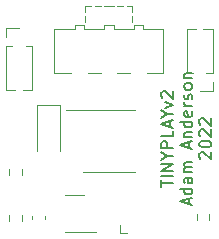
<source format=gbr>
%TF.GenerationSoftware,KiCad,Pcbnew,(6.0.0)*%
%TF.CreationDate,2022-01-30T23:08:43+01:00*%
%TF.ProjectId,TINYPLAY_PCB,54494e59-504c-4415-995f-5043422e6b69,rev?*%
%TF.SameCoordinates,Original*%
%TF.FileFunction,Legend,Top*%
%TF.FilePolarity,Positive*%
%FSLAX46Y46*%
G04 Gerber Fmt 4.6, Leading zero omitted, Abs format (unit mm)*
G04 Created by KiCad (PCBNEW (6.0.0)) date 2022-01-30 23:08:43*
%MOMM*%
%LPD*%
G01*
G04 APERTURE LIST*
%ADD10C,0.200000*%
%ADD11C,0.120000*%
G04 APERTURE END LIST*
D10*
X93642380Y-42895238D02*
X93642380Y-42323809D01*
X94642380Y-42609523D02*
X93642380Y-42609523D01*
X94642380Y-41990476D02*
X93642380Y-41990476D01*
X94642380Y-41514285D02*
X93642380Y-41514285D01*
X94642380Y-40942857D01*
X93642380Y-40942857D01*
X94166190Y-40276190D02*
X94642380Y-40276190D01*
X93642380Y-40609523D02*
X94166190Y-40276190D01*
X93642380Y-39942857D01*
X94642380Y-39609523D02*
X93642380Y-39609523D01*
X93642380Y-39228571D01*
X93690000Y-39133333D01*
X93737619Y-39085714D01*
X93832857Y-39038095D01*
X93975714Y-39038095D01*
X94070952Y-39085714D01*
X94118571Y-39133333D01*
X94166190Y-39228571D01*
X94166190Y-39609523D01*
X94642380Y-38133333D02*
X94642380Y-38609523D01*
X93642380Y-38609523D01*
X94356666Y-37847619D02*
X94356666Y-37371428D01*
X94642380Y-37942857D02*
X93642380Y-37609523D01*
X94642380Y-37276190D01*
X94166190Y-36752380D02*
X94642380Y-36752380D01*
X93642380Y-37085714D02*
X94166190Y-36752380D01*
X93642380Y-36419047D01*
X93975714Y-36180952D02*
X94642380Y-35942857D01*
X93975714Y-35704761D01*
X93737619Y-35371428D02*
X93690000Y-35323809D01*
X93642380Y-35228571D01*
X93642380Y-34990476D01*
X93690000Y-34895238D01*
X93737619Y-34847619D01*
X93832857Y-34800000D01*
X93928095Y-34800000D01*
X94070952Y-34847619D01*
X94642380Y-35419047D01*
X94642380Y-34800000D01*
X95966666Y-44371428D02*
X95966666Y-43895238D01*
X96252380Y-44466666D02*
X95252380Y-44133333D01*
X96252380Y-43800000D01*
X96252380Y-43038095D02*
X95252380Y-43038095D01*
X96204761Y-43038095D02*
X96252380Y-43133333D01*
X96252380Y-43323809D01*
X96204761Y-43419047D01*
X96157142Y-43466666D01*
X96061904Y-43514285D01*
X95776190Y-43514285D01*
X95680952Y-43466666D01*
X95633333Y-43419047D01*
X95585714Y-43323809D01*
X95585714Y-43133333D01*
X95633333Y-43038095D01*
X96252380Y-42133333D02*
X95728571Y-42133333D01*
X95633333Y-42180952D01*
X95585714Y-42276190D01*
X95585714Y-42466666D01*
X95633333Y-42561904D01*
X96204761Y-42133333D02*
X96252380Y-42228571D01*
X96252380Y-42466666D01*
X96204761Y-42561904D01*
X96109523Y-42609523D01*
X96014285Y-42609523D01*
X95919047Y-42561904D01*
X95871428Y-42466666D01*
X95871428Y-42228571D01*
X95823809Y-42133333D01*
X96252380Y-41657142D02*
X95585714Y-41657142D01*
X95680952Y-41657142D02*
X95633333Y-41609523D01*
X95585714Y-41514285D01*
X95585714Y-41371428D01*
X95633333Y-41276190D01*
X95728571Y-41228571D01*
X96252380Y-41228571D01*
X95728571Y-41228571D02*
X95633333Y-41180952D01*
X95585714Y-41085714D01*
X95585714Y-40942857D01*
X95633333Y-40847619D01*
X95728571Y-40800000D01*
X96252380Y-40800000D01*
X95966666Y-39609523D02*
X95966666Y-39133333D01*
X96252380Y-39704761D02*
X95252380Y-39371428D01*
X96252380Y-39038095D01*
X95585714Y-38704761D02*
X96252380Y-38704761D01*
X95680952Y-38704761D02*
X95633333Y-38657142D01*
X95585714Y-38561904D01*
X95585714Y-38419047D01*
X95633333Y-38323809D01*
X95728571Y-38276190D01*
X96252380Y-38276190D01*
X96252380Y-37371428D02*
X95252380Y-37371428D01*
X96204761Y-37371428D02*
X96252380Y-37466666D01*
X96252380Y-37657142D01*
X96204761Y-37752380D01*
X96157142Y-37800000D01*
X96061904Y-37847619D01*
X95776190Y-37847619D01*
X95680952Y-37800000D01*
X95633333Y-37752380D01*
X95585714Y-37657142D01*
X95585714Y-37466666D01*
X95633333Y-37371428D01*
X96204761Y-36514285D02*
X96252380Y-36609523D01*
X96252380Y-36800000D01*
X96204761Y-36895238D01*
X96109523Y-36942857D01*
X95728571Y-36942857D01*
X95633333Y-36895238D01*
X95585714Y-36800000D01*
X95585714Y-36609523D01*
X95633333Y-36514285D01*
X95728571Y-36466666D01*
X95823809Y-36466666D01*
X95919047Y-36942857D01*
X96252380Y-36038095D02*
X95585714Y-36038095D01*
X95776190Y-36038095D02*
X95680952Y-35990476D01*
X95633333Y-35942857D01*
X95585714Y-35847619D01*
X95585714Y-35752380D01*
X96204761Y-35466666D02*
X96252380Y-35371428D01*
X96252380Y-35180952D01*
X96204761Y-35085714D01*
X96109523Y-35038095D01*
X96061904Y-35038095D01*
X95966666Y-35085714D01*
X95919047Y-35180952D01*
X95919047Y-35323809D01*
X95871428Y-35419047D01*
X95776190Y-35466666D01*
X95728571Y-35466666D01*
X95633333Y-35419047D01*
X95585714Y-35323809D01*
X95585714Y-35180952D01*
X95633333Y-35085714D01*
X96252380Y-34466666D02*
X96204761Y-34561904D01*
X96157142Y-34609523D01*
X96061904Y-34657142D01*
X95776190Y-34657142D01*
X95680952Y-34609523D01*
X95633333Y-34561904D01*
X95585714Y-34466666D01*
X95585714Y-34323809D01*
X95633333Y-34228571D01*
X95680952Y-34180952D01*
X95776190Y-34133333D01*
X96061904Y-34133333D01*
X96157142Y-34180952D01*
X96204761Y-34228571D01*
X96252380Y-34323809D01*
X96252380Y-34466666D01*
X95585714Y-33704761D02*
X96252380Y-33704761D01*
X95680952Y-33704761D02*
X95633333Y-33657142D01*
X95585714Y-33561904D01*
X95585714Y-33419047D01*
X95633333Y-33323809D01*
X95728571Y-33276190D01*
X96252380Y-33276190D01*
X96957619Y-40514285D02*
X96910000Y-40466666D01*
X96862380Y-40371428D01*
X96862380Y-40133333D01*
X96910000Y-40038095D01*
X96957619Y-39990476D01*
X97052857Y-39942857D01*
X97148095Y-39942857D01*
X97290952Y-39990476D01*
X97862380Y-40561904D01*
X97862380Y-39942857D01*
X96862380Y-39323809D02*
X96862380Y-39228571D01*
X96910000Y-39133333D01*
X96957619Y-39085714D01*
X97052857Y-39038095D01*
X97243333Y-38990476D01*
X97481428Y-38990476D01*
X97671904Y-39038095D01*
X97767142Y-39085714D01*
X97814761Y-39133333D01*
X97862380Y-39228571D01*
X97862380Y-39323809D01*
X97814761Y-39419047D01*
X97767142Y-39466666D01*
X97671904Y-39514285D01*
X97481428Y-39561904D01*
X97243333Y-39561904D01*
X97052857Y-39514285D01*
X96957619Y-39466666D01*
X96910000Y-39419047D01*
X96862380Y-39323809D01*
X96957619Y-38609523D02*
X96910000Y-38561904D01*
X96862380Y-38466666D01*
X96862380Y-38228571D01*
X96910000Y-38133333D01*
X96957619Y-38085714D01*
X97052857Y-38038095D01*
X97148095Y-38038095D01*
X97290952Y-38085714D01*
X97862380Y-38657142D01*
X97862380Y-38038095D01*
X96957619Y-37657142D02*
X96910000Y-37609523D01*
X96862380Y-37514285D01*
X96862380Y-37276190D01*
X96910000Y-37180952D01*
X96957619Y-37133333D01*
X97052857Y-37085714D01*
X97148095Y-37085714D01*
X97290952Y-37133333D01*
X97862380Y-37704761D01*
X97862380Y-37085714D01*
D11*
%TO.C,J1*%
X90780000Y-46770000D02*
X90145000Y-46770000D01*
X90145000Y-46770000D02*
X90145000Y-46135000D01*
%TO.C,R2*%
X80777500Y-45245276D02*
X80777500Y-45754724D01*
X81822500Y-45245276D02*
X81822500Y-45754724D01*
%TO.C,J7*%
X95790000Y-33240000D02*
X95790000Y-29495000D01*
X96592470Y-29495000D02*
X95790000Y-29495000D01*
X98010000Y-34760000D02*
X96900000Y-34760000D01*
X96336529Y-33240000D02*
X95790000Y-33240000D01*
X98010000Y-34000000D02*
X98010000Y-34760000D01*
X98010000Y-29495000D02*
X97207530Y-29495000D01*
X98010000Y-33240000D02*
X98010000Y-29495000D01*
X98010000Y-33240000D02*
X97463471Y-33240000D01*
%TO.C,U1*%
X86300000Y-46710000D02*
X85500000Y-46710000D01*
X86300000Y-46710000D02*
X88100000Y-46710000D01*
X86300000Y-43590000D02*
X87100000Y-43590000D01*
X86300000Y-43590000D02*
X85500000Y-43590000D01*
%TO.C,R3*%
X80777500Y-41854724D02*
X80777500Y-41345276D01*
X81822500Y-41854724D02*
X81822500Y-41345276D01*
%TO.C,U2*%
X89200000Y-36390000D02*
X85600000Y-36390000D01*
X89200000Y-41610000D02*
X87000000Y-41610000D01*
X89200000Y-41610000D02*
X91400000Y-41610000D01*
X89200000Y-36390000D02*
X91400000Y-36390000D01*
%TO.C,C2*%
X83760000Y-45646267D02*
X83760000Y-45353733D01*
X82740000Y-45646267D02*
X82740000Y-45353733D01*
%TO.C,J6*%
X80490000Y-29440000D02*
X81600000Y-29440000D01*
X81907530Y-34705000D02*
X82710000Y-34705000D01*
X80490000Y-30200000D02*
X80490000Y-29440000D01*
X82163471Y-30960000D02*
X82710000Y-30960000D01*
X80490000Y-30960000D02*
X80490000Y-34705000D01*
X82710000Y-30960000D02*
X82710000Y-34705000D01*
X80490000Y-34705000D02*
X81292470Y-34705000D01*
X80490000Y-30960000D02*
X81036529Y-30960000D01*
%TO.C,R1*%
X96677500Y-45195276D02*
X96677500Y-45704724D01*
X97722500Y-45195276D02*
X97722500Y-45704724D01*
%TO.C,SW1*%
X92100000Y-29500000D02*
X93800000Y-29500000D01*
X86300000Y-29500000D02*
X86300000Y-29200000D01*
X87200000Y-28100000D02*
X87200000Y-28100000D01*
X88800000Y-27600000D02*
X89600000Y-27600000D01*
X84600000Y-29500000D02*
X86300000Y-29500000D01*
X87200000Y-27600000D02*
X87200000Y-28100000D01*
X88500000Y-27600000D02*
X88500000Y-27600000D01*
X91200000Y-27600000D02*
X90700000Y-27600000D01*
X87100000Y-29200000D02*
X87100000Y-29500000D01*
X91200000Y-27600000D02*
X91200000Y-28100000D01*
X87200000Y-28400000D02*
X87200000Y-28900000D01*
X93800000Y-29500000D02*
X93800000Y-33300000D01*
X89900000Y-33300000D02*
X91000000Y-33300000D01*
X90700000Y-27600000D02*
X90700000Y-27600000D01*
X91300000Y-29200000D02*
X92100000Y-29200000D01*
X87200000Y-27600000D02*
X87700000Y-27600000D01*
X84600000Y-33300000D02*
X84600000Y-29500000D01*
X88800000Y-29200000D02*
X89600000Y-29200000D01*
X91200000Y-28900000D02*
X91200000Y-28900000D01*
X90400000Y-27600000D02*
X89900000Y-27600000D01*
X86000000Y-33300000D02*
X84600000Y-33300000D01*
X89600000Y-29500000D02*
X91300000Y-29500000D01*
X89600000Y-29200000D02*
X89600000Y-29500000D01*
X91200000Y-28100000D02*
X91200000Y-28100000D01*
X91000000Y-33300000D02*
X91000000Y-33300000D01*
X86300000Y-29200000D02*
X87100000Y-29200000D01*
X91300000Y-29500000D02*
X91300000Y-29200000D01*
X88000000Y-27600000D02*
X88500000Y-27600000D01*
X92100000Y-29200000D02*
X92100000Y-29500000D01*
X88800000Y-29500000D02*
X88800000Y-29200000D01*
X93800000Y-33300000D02*
X92400000Y-33300000D01*
X91200000Y-28400000D02*
X91200000Y-28900000D01*
X88500000Y-33300000D02*
X88500000Y-33300000D01*
X89600000Y-27600000D02*
X89600000Y-27600000D01*
X93800000Y-29500000D02*
X93800000Y-29500000D01*
X87200000Y-28900000D02*
X87200000Y-28900000D01*
X87400000Y-33300000D02*
X88500000Y-33300000D01*
X89900000Y-27600000D02*
X89900000Y-27600000D01*
X87100000Y-29500000D02*
X88800000Y-29500000D01*
X87700000Y-27600000D02*
X87700000Y-27600000D01*
%TO.C,D1*%
X85100000Y-35950000D02*
X85100000Y-39850000D01*
X85100000Y-35950000D02*
X83100000Y-35950000D01*
X83100000Y-35950000D02*
X83100000Y-39850000D01*
%TD*%
M02*

</source>
